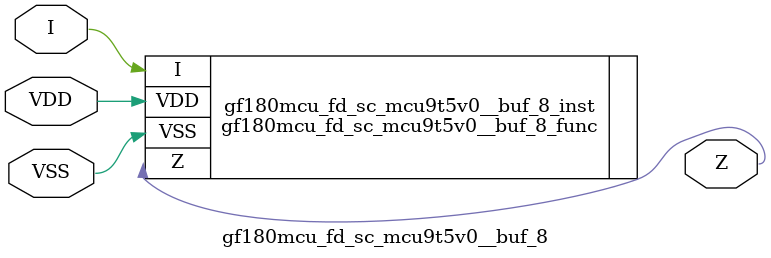
<source format=v>

module gf180mcu_fd_sc_mcu9t5v0__buf_8( I, Z, VDD, VSS );
input I;
inout VDD, VSS;
output Z;

   `ifdef FUNCTIONAL  //  functional //

	gf180mcu_fd_sc_mcu9t5v0__buf_8_func gf180mcu_fd_sc_mcu9t5v0__buf_8_behav_inst(.I(I),.Z(Z),.VDD(VDD),.VSS(VSS));

   `else

	gf180mcu_fd_sc_mcu9t5v0__buf_8_func gf180mcu_fd_sc_mcu9t5v0__buf_8_inst(.I(I),.Z(Z),.VDD(VDD),.VSS(VSS));

	// spec_gates_begin


	// spec_gates_end



   specify

	// specify_block_begin

	// comb arc I --> Z
	 (I => Z) = (1.0,1.0);

	// specify_block_end

   endspecify

   `endif

endmodule

</source>
